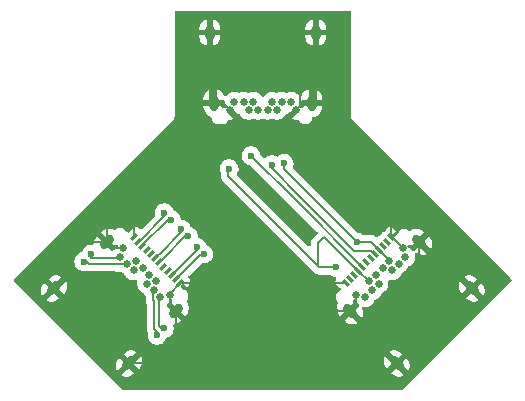
<source format=gbr>
%TF.GenerationSoftware,KiCad,Pcbnew,9.0.4*%
%TF.CreationDate,2025-08-23T22:47:15-04:00*%
%TF.ProjectId,usbc-data-splitter,75736263-2d64-4617-9461-2d73706c6974,rev?*%
%TF.SameCoordinates,Original*%
%TF.FileFunction,Copper,L2,Bot*%
%TF.FilePolarity,Positive*%
%FSLAX46Y46*%
G04 Gerber Fmt 4.6, Leading zero omitted, Abs format (unit mm)*
G04 Created by KiCad (PCBNEW 9.0.4) date 2025-08-23 22:47:15*
%MOMM*%
%LPD*%
G01*
G04 APERTURE LIST*
G04 Aperture macros list*
%AMHorizOval*
0 Thick line with rounded ends*
0 $1 width*
0 $2 $3 position (X,Y) of the first rounded end (center of the circle)*
0 $4 $5 position (X,Y) of the second rounded end (center of the circle)*
0 Add line between two ends*
20,1,$1,$2,$3,$4,$5,0*
0 Add two circle primitives to create the rounded ends*
1,1,$1,$2,$3*
1,1,$1,$4,$5*%
%AMRotRect*
0 Rectangle, with rotation*
0 The origin of the aperture is its center*
0 $1 length*
0 $2 width*
0 $3 Rotation angle, in degrees counterclockwise*
0 Add horizontal line*
21,1,$1,$2,0,0,$3*%
G04 Aperture macros list end*
%TA.AperFunction,HeatsinkPad*%
%ADD10C,0.650000*%
%TD*%
%TA.AperFunction,HeatsinkPad*%
%ADD11O,0.800000X1.400000*%
%TD*%
%TA.AperFunction,SMDPad,CuDef*%
%ADD12RotRect,0.300000X0.700000X135.000000*%
%TD*%
%TA.AperFunction,HeatsinkPad*%
%ADD13HorizOval,0.800000X0.212132X0.212132X-0.212132X-0.212132X0*%
%TD*%
%TA.AperFunction,SMDPad,CuDef*%
%ADD14RotRect,0.300000X0.700000X225.000000*%
%TD*%
%TA.AperFunction,HeatsinkPad*%
%ADD15HorizOval,0.800000X-0.212132X0.212132X0.212132X-0.212132X0*%
%TD*%
%TA.AperFunction,ViaPad*%
%ADD16C,0.600000*%
%TD*%
%TA.AperFunction,Conductor*%
%ADD17C,0.200000*%
%TD*%
G04 APERTURE END LIST*
D10*
%TO.P,P1,B1,GND*%
%TO.N,GND*%
X124250000Y-92410000D03*
%TO.P,P1,B2,TX2+*%
%TO.N,TX2_P*%
X124650000Y-91710000D03*
%TO.P,P1,B3,TX2-*%
%TO.N,TX2_N*%
X125450000Y-91710000D03*
%TO.P,P1,B4,VBUS*%
%TO.N,VBUS*%
X125850000Y-92410000D03*
%TO.P,P1,B5,VCONN*%
%TO.N,VCON*%
X126250000Y-91710000D03*
%TO.P,P1,B6*%
%TO.N,N/C*%
X126650000Y-92410000D03*
%TO.P,P1,B7*%
X127450000Y-92410000D03*
%TO.P,P1,B8,SBU2*%
%TO.N,SBU2*%
X127850000Y-91710000D03*
%TO.P,P1,B9,VBUS*%
%TO.N,VBUS*%
X128250000Y-92410000D03*
%TO.P,P1,B10,RX1-*%
%TO.N,RX1_N*%
X128650000Y-91710000D03*
%TO.P,P1,B11,RX1+*%
%TO.N,RX1_P*%
X129450000Y-91710000D03*
%TO.P,P1,B12,GND*%
%TO.N,GND*%
X129850000Y-92410000D03*
D11*
%TO.P,P1,S1,SHIELD*%
X131540000Y-85860000D03*
X131180000Y-91810000D03*
X122920000Y-91810000D03*
X122560000Y-85860000D03*
%TD*%
D12*
%TO.P,J1,A1,GND*%
%TO.N,GND*%
X120044220Y-107094868D03*
%TO.P,J1,A2,TX1+*%
%TO.N,TX1_P*%
X119690666Y-106741314D03*
%TO.P,J1,A3,TX1-*%
%TO.N,TX1_N*%
X119337113Y-106387761D03*
%TO.P,J1,A4,VBUS*%
%TO.N,unconnected-(J1-VBUS-PadA4)*%
X118983560Y-106034207D03*
%TO.P,J1,A5,CC*%
%TO.N,unconnected-(J1-CC-PadA5)*%
X118630006Y-105680654D03*
%TO.P,J1,A6,D+*%
%TO.N,D_P*%
X118276453Y-105327101D03*
%TO.P,J1,A7,D-*%
%TO.N,D_N*%
X117922899Y-104973547D03*
%TO.P,J1,A8,SBU1*%
%TO.N,unconnected-(J1-SBU1-PadA8)*%
X117569346Y-104619994D03*
%TO.P,J1,A9,VBUS*%
%TO.N,unconnected-(J1-VBUS-PadA4)_1*%
X117215793Y-104266440D03*
%TO.P,J1,A10,RX2-*%
%TO.N,RX2_N*%
X116862239Y-103912887D03*
%TO.P,J1,A11,RX2+*%
%TO.N,RX2_P*%
X116508686Y-103559334D03*
%TO.P,J1,A12,GND*%
%TO.N,GND*%
X116155132Y-103205780D03*
D10*
%TO.P,J1,B1,GND*%
X115193467Y-104096735D03*
%TO.P,J1,B2,TX2+*%
%TO.N,TX2_P*%
X114981335Y-104874552D03*
%TO.P,J1,B3,TX2-*%
%TO.N,TX2_N*%
X115547021Y-105440238D03*
%TO.P,J1,B4,VBUS*%
%TO.N,unconnected-(J1-VBUS-PadA4)_3*%
X116324838Y-105228106D03*
%TO.P,J1,B5,VCONN*%
%TO.N,unconnected-(J1-VCONN-PadB5)*%
X116112706Y-106005923D03*
%TO.P,J1,B6*%
%TO.N,N/C*%
X116890523Y-105793791D03*
%TO.P,J1,B7*%
X117456209Y-106359477D03*
%TO.P,J1,B8,SBU2*%
%TO.N,unconnected-(J1-SBU2-PadB8)*%
X117244077Y-107137294D03*
%TO.P,J1,B9,VBUS*%
%TO.N,unconnected-(J1-VBUS-PadA4)_2*%
X118021894Y-106925162D03*
%TO.P,J1,B10,RX1-*%
%TO.N,RX1_N*%
X117809762Y-107702979D03*
%TO.P,J1,B11,RX1+*%
%TO.N,RX1_P*%
X118375448Y-108268665D03*
%TO.P,J1,B12,GND*%
%TO.N,GND*%
X119153265Y-108056533D03*
D13*
%TO.P,J1,S1,SHIELD*%
X115716726Y-113883093D03*
X119669453Y-109421249D03*
X113828751Y-103580547D03*
X109366907Y-107533274D03*
%TD*%
D14*
%TO.P,J2,A1,GND*%
%TO.N,GND*%
X137944868Y-103205780D03*
%TO.P,J2,A2*%
%TO.N,N/C*%
X137591314Y-103559334D03*
%TO.P,J2,A3*%
X137237761Y-103912887D03*
%TO.P,J2,A4,VBUS*%
%TO.N,VBUS*%
X136884207Y-104266440D03*
%TO.P,J2,A5,CC1*%
%TO.N,CC*%
X136530654Y-104619994D03*
%TO.P,J2,A6,D+*%
%TO.N,unconnected-(J2-D+-PadA6)*%
X136177101Y-104973547D03*
%TO.P,J2,A7,D-*%
%TO.N,unconnected-(J2-D--PadA7)*%
X135823547Y-105327101D03*
%TO.P,J2,A8,SBU1*%
%TO.N,SBU1*%
X135469994Y-105680654D03*
%TO.P,J2,A9,VBUS*%
%TO.N,VBUS*%
X135116440Y-106034207D03*
%TO.P,J2,A10*%
%TO.N,N/C*%
X134762887Y-106387761D03*
%TO.P,J2,A11*%
X134409334Y-106741314D03*
%TO.P,J2,A12,GND*%
%TO.N,GND*%
X134055780Y-107094868D03*
D10*
%TO.P,J2,B1,GND*%
X134946735Y-108056533D03*
%TO.P,J2,B2*%
%TO.N,N/C*%
X135724552Y-108268665D03*
%TO.P,J2,B3*%
X136290238Y-107702979D03*
%TO.P,J2,B4,VBUS*%
%TO.N,VBUS*%
X136078106Y-106925162D03*
%TO.P,J2,B5,CC2*%
%TO.N,VCON*%
X136855923Y-107137294D03*
%TO.P,J2,B6,D+*%
%TO.N,unconnected-(J2-D+-PadB6)*%
X136643791Y-106359477D03*
%TO.P,J2,B7,D-*%
%TO.N,unconnected-(J2-D--PadB7)*%
X137209477Y-105793791D03*
%TO.P,J2,B8,SBU2*%
%TO.N,SBU2*%
X137987294Y-106005923D03*
%TO.P,J2,B9,VBUS*%
%TO.N,VBUS*%
X137775162Y-105228106D03*
%TO.P,J2,B10*%
%TO.N,N/C*%
X138552979Y-105440238D03*
%TO.P,J2,B11*%
X139118665Y-104874552D03*
%TO.P,J2,B12,GND*%
%TO.N,GND*%
X138906533Y-104096735D03*
D15*
%TO.P,J2,S1,SHIELD*%
X144733093Y-107533274D03*
X140271249Y-103580547D03*
X134430547Y-109421249D03*
X138383274Y-113883093D03*
%TD*%
D16*
%TO.N,GND*%
X137550000Y-101600000D03*
X122900000Y-95050000D03*
X121600000Y-107200000D03*
X130850000Y-95050000D03*
X140200000Y-104750000D03*
X129650000Y-87350000D03*
X116650000Y-109800000D03*
%TO.N,RX1_P*%
X118700521Y-110899479D03*
%TO.N,D_P*%
X120750521Y-103100521D03*
%TO.N,TX2_P*%
X112500521Y-104649479D03*
%TO.N,D_N*%
X120149479Y-102499479D03*
%TO.N,TX1_P*%
X122064735Y-104614735D03*
%TO.N,RX2_P*%
X118710266Y-101110266D03*
%TO.N,TX1_N*%
X121463693Y-104013693D03*
%TO.N,RX2_N*%
X119311308Y-101711308D03*
%TO.N,TX2_N*%
X111899479Y-105250521D03*
%TO.N,RX1_N*%
X118099479Y-111500521D03*
%TO.N,VBUS*%
X135050000Y-103600000D03*
X128850000Y-96950000D03*
X124194151Y-97394151D03*
X133250000Y-105750000D03*
%TO.N,CC*%
X127813976Y-97056836D03*
%TO.N,SBU1*%
X126050000Y-96300000D03*
%TD*%
D17*
%TO.N,GND*%
X120044220Y-107094868D02*
X121494868Y-107094868D01*
X118566907Y-113883093D02*
X119669453Y-112780547D01*
X111250000Y-103550000D02*
X111280547Y-103580547D01*
X140271249Y-103580547D02*
X140271249Y-104678751D01*
X129850000Y-92410000D02*
X130175000Y-92085000D01*
X131540000Y-91450000D02*
X131180000Y-91810000D01*
X119153265Y-108905061D02*
X119153265Y-108056533D01*
X132700000Y-107300000D02*
X132905132Y-107094868D01*
X121494868Y-107094868D02*
X121600000Y-107200000D01*
X122560000Y-85860000D02*
X122560000Y-91450000D01*
X113828751Y-102471249D02*
X113828751Y-103580547D01*
X132905132Y-107094868D02*
X134055780Y-107094868D01*
X110050000Y-104750000D02*
X111250000Y-103550000D01*
X113828751Y-103580547D02*
X114351700Y-104103496D01*
X114500000Y-101800000D02*
X113828751Y-102471249D01*
X114351700Y-104103496D02*
X115193467Y-104103496D01*
X119669453Y-109421249D02*
X119153265Y-108905061D01*
X137944868Y-103205780D02*
X137944868Y-101994868D01*
X110050000Y-106850181D02*
X110050000Y-104750000D01*
X111280547Y-103580547D02*
X113828751Y-103580547D01*
X119153265Y-108056533D02*
X119153265Y-107985823D01*
X119153265Y-107985823D02*
X120044220Y-107094868D01*
X109366907Y-107533274D02*
X110050000Y-106850181D01*
X134430547Y-109421249D02*
X134953496Y-108898300D01*
X137944868Y-103205780D02*
X138015578Y-103205780D01*
X122920000Y-91810000D02*
X123659562Y-91810000D01*
X132700000Y-108700000D02*
X132700000Y-107300000D01*
X116155132Y-103205780D02*
X116155132Y-102405132D01*
X115550000Y-101800000D02*
X114500000Y-101800000D01*
X138015578Y-103205780D02*
X138906533Y-104096735D01*
X134430547Y-109421249D02*
X133421249Y-109421249D01*
X119669453Y-112780547D02*
X119669453Y-109421249D01*
X116155132Y-102405132D02*
X115550000Y-101800000D01*
X123659562Y-91810000D02*
X124254781Y-92405219D01*
X115716726Y-113883093D02*
X118566907Y-113883093D01*
X133421249Y-109421249D02*
X132700000Y-108700000D01*
X130175000Y-92085000D02*
X130175000Y-87875000D01*
X137944868Y-101994868D02*
X137550000Y-101600000D01*
X134953496Y-108898300D02*
X134953496Y-108056533D01*
X130175000Y-87875000D02*
X129650000Y-87350000D01*
X122560000Y-91450000D02*
X122920000Y-91810000D01*
X131540000Y-85860000D02*
X131540000Y-91450000D01*
X140271249Y-104678751D02*
X140200000Y-104750000D01*
%TO.N,RX1_P*%
X118259763Y-110741564D02*
X118417678Y-110899479D01*
X118375448Y-108268665D02*
X118259763Y-108384350D01*
X118417678Y-110899479D02*
X118700521Y-110899479D01*
X118259763Y-108384350D02*
X118259763Y-110741564D01*
%TO.N,D_P*%
X118651453Y-104916745D02*
X120467678Y-103100521D01*
X118651453Y-104952101D02*
X118651453Y-104916745D01*
X120467678Y-103100521D02*
X120750521Y-103100521D01*
X118276453Y-105327101D02*
X118651453Y-104952101D01*
%TO.N,TX2_P*%
X112500521Y-104932322D02*
X112500521Y-104649479D01*
X114981335Y-104874552D02*
X114865650Y-104990237D01*
X114865650Y-104990237D02*
X112558436Y-104990237D01*
X112558436Y-104990237D02*
X112500521Y-104932322D01*
%TO.N,D_N*%
X120149479Y-102782322D02*
X120149479Y-102499479D01*
X117922899Y-104973547D02*
X118297899Y-104598547D01*
X118333255Y-104598547D02*
X120149479Y-102782322D01*
X118297899Y-104598547D02*
X118333255Y-104598547D01*
%TO.N,TX1_P*%
X121781892Y-104614735D02*
X122064735Y-104614735D01*
X119690666Y-106741314D02*
X119690666Y-106705960D01*
X119690666Y-106705960D02*
X121781892Y-104614735D01*
%TO.N,RX2_P*%
X116544040Y-103559334D02*
X118710266Y-101393109D01*
X116508686Y-103559334D02*
X116544040Y-103559334D01*
X118710266Y-101393109D02*
X118710266Y-101110266D01*
%TO.N,TX1_N*%
X121463693Y-104296536D02*
X121463693Y-104013693D01*
X119337113Y-106387761D02*
X119372467Y-106387761D01*
X119372467Y-106387761D02*
X121463693Y-104296536D01*
%TO.N,RX2_N*%
X116862239Y-103877533D02*
X119028465Y-101711308D01*
X116862239Y-103912887D02*
X116862239Y-103877533D01*
X119028465Y-101711308D02*
X119311308Y-101711308D01*
%TO.N,TX2_N*%
X112372039Y-105440238D02*
X112182322Y-105250521D01*
X115300947Y-105440238D02*
X115240633Y-105500552D01*
X112182322Y-105250521D02*
X111899479Y-105250521D01*
X115547021Y-105440238D02*
X115300947Y-105440238D01*
X114722037Y-105500552D02*
X114661723Y-105440238D01*
X115240633Y-105500552D02*
X114722037Y-105500552D01*
X114661723Y-105440238D02*
X112372039Y-105440238D01*
%TO.N,RX1_N*%
X117809762Y-107949053D02*
X117749448Y-108009367D01*
X117809762Y-107702979D02*
X117809762Y-107949053D01*
X118099479Y-111217678D02*
X118099479Y-111500521D01*
X117749448Y-108527963D02*
X117809762Y-108588277D01*
X117749448Y-108009367D02*
X117749448Y-108527963D01*
X117809762Y-108588277D02*
X117809762Y-110927961D01*
X117809762Y-110927961D02*
X118099479Y-111217678D01*
%TO.N,VBUS*%
X131700000Y-105600000D02*
X131700000Y-103700000D01*
X128850000Y-97400000D02*
X128850000Y-96950000D01*
X124100000Y-97488302D02*
X124194151Y-97394151D01*
X133250000Y-105750000D02*
X131850000Y-105750000D01*
X131700000Y-105600000D02*
X124100000Y-98000000D01*
X137775162Y-105157395D02*
X136884207Y-104266440D01*
X135116440Y-106034207D02*
X132241117Y-103158883D01*
X124100000Y-98000000D02*
X124100000Y-97900000D01*
X135050000Y-103600000D02*
X128850000Y-97400000D01*
X137775162Y-105228106D02*
X137775162Y-105157395D01*
X131850000Y-105750000D02*
X131700000Y-105600000D01*
X136078106Y-106925162D02*
X136007395Y-106925162D01*
X124100000Y-97900000D02*
X124100000Y-97488302D01*
X136884207Y-104266440D02*
X136217767Y-103600000D01*
X131700000Y-103700000D02*
X132241117Y-103158883D01*
X136007395Y-106925162D02*
X135116440Y-106034207D01*
X136217767Y-103600000D02*
X135050000Y-103600000D01*
%TO.N,CC*%
X130150000Y-99700000D02*
X127813976Y-97363976D01*
X127813976Y-97363976D02*
X127813976Y-97056836D01*
X136530654Y-104619994D02*
X136229654Y-104318994D01*
X134768994Y-104318994D02*
X130150000Y-99700000D01*
X136229654Y-104318994D02*
X134768994Y-104318994D01*
%TO.N,SBU1*%
X126089340Y-96300000D02*
X126050000Y-96300000D01*
X135469994Y-105680654D02*
X129749000Y-99959660D01*
X129749000Y-99959660D02*
X126089340Y-96300000D01*
%TD*%
%TA.AperFunction,Conductor*%
%TO.N,GND*%
G36*
X119342538Y-108461176D02*
G01*
X119390149Y-108512313D01*
X119403265Y-108567818D01*
X119403265Y-108801507D01*
X119669453Y-109067695D01*
X119315899Y-109421249D01*
X118940779Y-109046129D01*
X118907294Y-108984806D01*
X118912278Y-108915114D01*
X118940777Y-108870768D01*
X119016656Y-108794890D01*
X119106996Y-108659686D01*
X119164704Y-108520365D01*
X119208544Y-108465962D01*
X119274839Y-108443897D01*
X119342538Y-108461176D01*
G37*
%TD.AperFunction*%
%TA.AperFunction,Conductor*%
G36*
X114448493Y-103846735D02*
G01*
X114682181Y-103846735D01*
X114749220Y-103866420D01*
X114794975Y-103919224D01*
X114804919Y-103988382D01*
X114775894Y-104051938D01*
X114729633Y-104085296D01*
X114590315Y-104143002D01*
X114590311Y-104143004D01*
X114455114Y-104233340D01*
X114455111Y-104233342D01*
X114379232Y-104309221D01*
X114317908Y-104342705D01*
X114248217Y-104337720D01*
X114203870Y-104309220D01*
X113828751Y-103934101D01*
X114182305Y-103580547D01*
X114448493Y-103846735D01*
G37*
%TD.AperFunction*%
%TA.AperFunction,Conductor*%
G36*
X134901938Y-108474105D02*
G01*
X134935296Y-108520366D01*
X134993002Y-108659684D01*
X134993004Y-108659688D01*
X135083340Y-108794885D01*
X135083346Y-108794893D01*
X135159220Y-108870767D01*
X135192705Y-108932090D01*
X135187721Y-109001782D01*
X135159220Y-109046129D01*
X134784101Y-109421248D01*
X134784101Y-109421249D01*
X134430546Y-109067694D01*
X134696734Y-108801507D01*
X134696735Y-108801506D01*
X134696735Y-108567818D01*
X134716420Y-108500779D01*
X134769224Y-108455024D01*
X134838382Y-108445080D01*
X134901938Y-108474105D01*
G37*
%TD.AperFunction*%
%TA.AperFunction,Conductor*%
G36*
X140271249Y-103934101D02*
G01*
X139896129Y-104309220D01*
X139834806Y-104342705D01*
X139765114Y-104337721D01*
X139720767Y-104309220D01*
X139644893Y-104233346D01*
X139644885Y-104233340D01*
X139509688Y-104143004D01*
X139509684Y-104143002D01*
X139370367Y-104085296D01*
X139315963Y-104041455D01*
X139293898Y-103975161D01*
X139311177Y-103907462D01*
X139362314Y-103859851D01*
X139417819Y-103846735D01*
X139651507Y-103846735D01*
X139651507Y-103846734D01*
X139917694Y-103580546D01*
X140271249Y-103934101D01*
G37*
%TD.AperFunction*%
%TA.AperFunction,Conductor*%
G36*
X130930000Y-92060000D02*
G01*
X130553553Y-92060000D01*
X130388309Y-92225244D01*
X130326986Y-92258729D01*
X130257294Y-92253745D01*
X130201361Y-92211873D01*
X130176944Y-92146409D01*
X130186067Y-92090110D01*
X130198539Y-92060000D01*
X130243776Y-91950789D01*
X130275500Y-91791305D01*
X130275500Y-91684000D01*
X130295185Y-91616961D01*
X130347989Y-91571206D01*
X130399500Y-91560000D01*
X130930000Y-91560000D01*
X130930000Y-92060000D01*
G37*
%TD.AperFunction*%
%TA.AperFunction,Conductor*%
G36*
X123767539Y-91579685D02*
G01*
X123813294Y-91632489D01*
X123824500Y-91684000D01*
X123824500Y-91791305D01*
X123824500Y-91791307D01*
X123824499Y-91791307D01*
X123856222Y-91950783D01*
X123856225Y-91950793D01*
X123913932Y-92090111D01*
X123921401Y-92159580D01*
X123890126Y-92222059D01*
X123830036Y-92257711D01*
X123760211Y-92255217D01*
X123711690Y-92225244D01*
X123546446Y-92060000D01*
X123170000Y-92060000D01*
X123170000Y-91560000D01*
X123700500Y-91560000D01*
X123767539Y-91579685D01*
G37*
%TD.AperFunction*%
%TA.AperFunction,Conductor*%
G36*
X134442539Y-84020185D02*
G01*
X134488294Y-84072989D01*
X134499500Y-84124500D01*
X134499500Y-92965891D01*
X134533608Y-93093187D01*
X134561529Y-93141547D01*
X134599500Y-93207314D01*
X134599502Y-93207316D01*
X148104505Y-106712319D01*
X148137990Y-106773642D01*
X148133006Y-106843334D01*
X148104505Y-106887681D01*
X138879005Y-116113181D01*
X138817682Y-116146666D01*
X138791324Y-116149500D01*
X115308676Y-116149500D01*
X115241637Y-116129815D01*
X115220995Y-116113181D01*
X113291683Y-114183869D01*
X114604592Y-114183869D01*
X114639178Y-114357739D01*
X114639180Y-114357745D01*
X114707024Y-114521536D01*
X114714116Y-114532147D01*
X115292654Y-113953611D01*
X115254594Y-114045497D01*
X115254594Y-114144953D01*
X115292654Y-114236839D01*
X115362980Y-114307165D01*
X115454866Y-114345225D01*
X115554322Y-114345225D01*
X115646208Y-114307165D01*
X115067669Y-114885701D01*
X115067669Y-114885702D01*
X115078278Y-114892792D01*
X115078283Y-114892794D01*
X115242073Y-114960638D01*
X115242079Y-114960640D01*
X115415949Y-114995226D01*
X115593238Y-114995226D01*
X115767108Y-114960640D01*
X115767114Y-114960638D01*
X115930901Y-114892796D01*
X116078309Y-114794301D01*
X116176345Y-114696265D01*
X115716727Y-114236647D01*
X115716726Y-114236647D01*
X116070280Y-113883093D01*
X116070280Y-113883094D01*
X116529898Y-114342712D01*
X116627937Y-114244673D01*
X116726424Y-114097277D01*
X116726429Y-114097268D01*
X116794271Y-113933481D01*
X116794273Y-113933475D01*
X116828859Y-113759605D01*
X137271140Y-113759605D01*
X137305726Y-113933475D01*
X137305728Y-113933481D01*
X137373570Y-114097268D01*
X137472064Y-114244674D01*
X137570100Y-114342711D01*
X138029720Y-113883093D01*
X138383274Y-114236647D01*
X137923654Y-114696265D01*
X138021690Y-114794302D01*
X138169089Y-114892791D01*
X138169098Y-114892796D01*
X138332885Y-114960638D01*
X138332891Y-114960640D01*
X138506761Y-114995226D01*
X138684050Y-114995226D01*
X138857921Y-114960640D01*
X138857927Y-114960638D01*
X139021718Y-114892794D01*
X139032330Y-114885702D01*
X138453793Y-114307165D01*
X138545678Y-114345225D01*
X138645134Y-114345225D01*
X138737020Y-114307165D01*
X138807346Y-114236839D01*
X138845406Y-114144953D01*
X138845406Y-114045497D01*
X138807346Y-113953611D01*
X139385883Y-114532148D01*
X139392975Y-114521537D01*
X139460819Y-114357746D01*
X139460821Y-114357740D01*
X139495407Y-114183869D01*
X139495407Y-114006580D01*
X139460821Y-113832710D01*
X139460819Y-113832704D01*
X139392977Y-113668917D01*
X139392972Y-113668908D01*
X139294483Y-113521509D01*
X139196446Y-113423473D01*
X138736828Y-113883092D01*
X138736828Y-113883093D01*
X138383274Y-113529539D01*
X138383275Y-113529539D01*
X138842893Y-113069919D01*
X138744855Y-112971883D01*
X138597449Y-112873389D01*
X138433662Y-112805547D01*
X138433656Y-112805545D01*
X138259786Y-112770960D01*
X138082498Y-112770960D01*
X137908627Y-112805545D01*
X137908621Y-112805547D01*
X137744833Y-112873390D01*
X137734218Y-112880482D01*
X137734218Y-112880483D01*
X138312756Y-113459021D01*
X138220870Y-113420961D01*
X138121414Y-113420961D01*
X138029528Y-113459021D01*
X137959202Y-113529347D01*
X137921142Y-113621233D01*
X137921142Y-113720689D01*
X137959202Y-113812575D01*
X137380664Y-113234037D01*
X137380663Y-113234037D01*
X137373571Y-113244652D01*
X137305728Y-113408440D01*
X137305726Y-113408446D01*
X137271141Y-113582316D01*
X137271141Y-113759605D01*
X137271140Y-113759605D01*
X116828859Y-113759605D01*
X116828859Y-113582316D01*
X116794273Y-113408445D01*
X116794271Y-113408439D01*
X116726428Y-113244651D01*
X116719335Y-113234036D01*
X116140798Y-113812573D01*
X116178858Y-113720689D01*
X116178858Y-113621233D01*
X116140798Y-113529347D01*
X116070472Y-113459021D01*
X115978586Y-113420961D01*
X115879130Y-113420961D01*
X115787245Y-113459020D01*
X116365781Y-112880482D01*
X116365781Y-112880481D01*
X116355170Y-112873391D01*
X116355168Y-112873390D01*
X116191379Y-112805547D01*
X116191373Y-112805545D01*
X116017502Y-112770960D01*
X115840214Y-112770960D01*
X115666343Y-112805545D01*
X115666337Y-112805547D01*
X115502550Y-112873389D01*
X115502541Y-112873394D01*
X115355144Y-112971882D01*
X115257106Y-113069919D01*
X115716726Y-113529539D01*
X115363172Y-113883093D01*
X114903552Y-113423473D01*
X114805520Y-113521506D01*
X114805516Y-113521511D01*
X114707022Y-113668917D01*
X114639180Y-113832704D01*
X114639178Y-113832710D01*
X114604593Y-114006580D01*
X114604593Y-114183869D01*
X114604592Y-114183869D01*
X113291683Y-114183869D01*
X106941864Y-107834050D01*
X108254773Y-107834050D01*
X108289359Y-108007920D01*
X108289361Y-108007926D01*
X108357205Y-108171717D01*
X108364297Y-108182328D01*
X108942835Y-107603792D01*
X108904775Y-107695678D01*
X108904775Y-107795134D01*
X108942835Y-107887020D01*
X109013161Y-107957346D01*
X109105047Y-107995406D01*
X109204503Y-107995406D01*
X109296389Y-107957346D01*
X108717850Y-108535882D01*
X108717850Y-108535883D01*
X108728459Y-108542973D01*
X108728464Y-108542975D01*
X108892254Y-108610819D01*
X108892260Y-108610821D01*
X109066130Y-108645407D01*
X109243419Y-108645407D01*
X109417289Y-108610821D01*
X109417295Y-108610819D01*
X109581082Y-108542977D01*
X109728490Y-108444482D01*
X109826526Y-108346446D01*
X109366908Y-107886828D01*
X109366907Y-107886828D01*
X109720461Y-107533274D01*
X109720461Y-107533275D01*
X110180079Y-107992893D01*
X110278118Y-107894854D01*
X110376605Y-107747458D01*
X110376610Y-107747449D01*
X110444452Y-107583662D01*
X110444454Y-107583656D01*
X110479040Y-107409786D01*
X110479040Y-107232497D01*
X110444454Y-107058626D01*
X110444452Y-107058620D01*
X110376609Y-106894832D01*
X110369516Y-106884217D01*
X109790979Y-107462754D01*
X109829039Y-107370870D01*
X109829039Y-107271414D01*
X109790979Y-107179528D01*
X109720653Y-107109202D01*
X109628767Y-107071142D01*
X109529311Y-107071142D01*
X109437426Y-107109201D01*
X110015962Y-106530663D01*
X110015962Y-106530662D01*
X110005351Y-106523572D01*
X110005349Y-106523571D01*
X109841560Y-106455728D01*
X109841554Y-106455726D01*
X109667683Y-106421141D01*
X109490395Y-106421141D01*
X109316524Y-106455726D01*
X109316518Y-106455728D01*
X109152731Y-106523570D01*
X109152722Y-106523575D01*
X109005325Y-106622063D01*
X108907287Y-106720100D01*
X109366907Y-107179720D01*
X109013353Y-107533274D01*
X108553733Y-107073654D01*
X108455701Y-107171687D01*
X108455697Y-107171692D01*
X108357203Y-107319098D01*
X108289361Y-107482885D01*
X108289359Y-107482891D01*
X108254774Y-107656761D01*
X108254774Y-107834050D01*
X108254773Y-107834050D01*
X106941864Y-107834050D01*
X105995495Y-106887681D01*
X105991156Y-106879735D01*
X105983909Y-106874310D01*
X105974674Y-106849550D01*
X105962010Y-106826358D01*
X105962655Y-106817328D01*
X105959492Y-106808846D01*
X105965108Y-106783025D01*
X105966994Y-106756666D01*
X105972812Y-106747612D01*
X105974344Y-106740573D01*
X105995495Y-106712319D01*
X107536140Y-105171674D01*
X111098979Y-105171674D01*
X111098979Y-105329367D01*
X111129740Y-105484010D01*
X111129743Y-105484022D01*
X111190081Y-105629693D01*
X111190088Y-105629706D01*
X111277689Y-105760809D01*
X111277692Y-105760813D01*
X111389186Y-105872307D01*
X111389190Y-105872310D01*
X111520293Y-105959911D01*
X111520306Y-105959918D01*
X111633153Y-106006660D01*
X111665982Y-106020258D01*
X111820632Y-106051020D01*
X111820635Y-106051021D01*
X111820637Y-106051021D01*
X111978323Y-106051021D01*
X111978324Y-106051020D01*
X112132976Y-106020258D01*
X112132981Y-106020255D01*
X112138284Y-106018648D01*
X112206377Y-106017532D01*
X112244197Y-106027666D01*
X112244196Y-106027666D01*
X112257268Y-106031168D01*
X112292981Y-106040738D01*
X112292982Y-106040738D01*
X114423440Y-106040738D01*
X114485441Y-106057351D01*
X114490252Y-106060129D01*
X114642980Y-106101053D01*
X114642983Y-106101053D01*
X114808690Y-106101053D01*
X114808706Y-106101052D01*
X115012524Y-106101052D01*
X115079563Y-106120737D01*
X115081415Y-106121950D01*
X115155993Y-106171782D01*
X115156006Y-106171789D01*
X115240385Y-106206739D01*
X115267754Y-106218076D01*
X115267757Y-106218077D01*
X115322161Y-106261917D01*
X115334866Y-106285185D01*
X115381158Y-106396946D01*
X115471494Y-106532143D01*
X115471500Y-106532151D01*
X115586477Y-106647128D01*
X115586485Y-106647134D01*
X115721682Y-106737470D01*
X115721686Y-106737472D01*
X115831662Y-106783025D01*
X115871917Y-106799699D01*
X115871921Y-106799699D01*
X115871922Y-106799700D01*
X116031398Y-106831423D01*
X116031401Y-106831423D01*
X116194012Y-106831423D01*
X116264870Y-106817328D01*
X116292323Y-106811867D01*
X116361914Y-106818094D01*
X116417092Y-106860956D01*
X116440337Y-106926846D01*
X116438132Y-106957675D01*
X116418577Y-107055984D01*
X116418577Y-107055989D01*
X116418577Y-107218599D01*
X116418577Y-107218601D01*
X116418576Y-107218601D01*
X116450299Y-107378077D01*
X116450302Y-107378087D01*
X116512527Y-107528313D01*
X116512529Y-107528317D01*
X116602865Y-107663514D01*
X116602871Y-107663522D01*
X116717848Y-107778499D01*
X116717856Y-107778505D01*
X116853053Y-107868841D01*
X116853057Y-107868843D01*
X116915857Y-107894855D01*
X116964810Y-107915132D01*
X116964813Y-107915133D01*
X116984752Y-107931200D01*
X117006952Y-107943965D01*
X117014000Y-107954769D01*
X117019217Y-107958973D01*
X117027475Y-107972678D01*
X117029904Y-107977369D01*
X117078214Y-108094000D01*
X117131885Y-108174324D01*
X117135062Y-108180460D01*
X117140468Y-108208244D01*
X117148928Y-108235262D01*
X117148948Y-108237476D01*
X117148948Y-108441293D01*
X117148947Y-108441311D01*
X117148947Y-108607017D01*
X117148946Y-108607017D01*
X117163059Y-108659686D01*
X117189871Y-108759748D01*
X117192647Y-108764556D01*
X117209262Y-108826559D01*
X117209262Y-110841291D01*
X117209261Y-110841309D01*
X117209261Y-111007015D01*
X117209260Y-111007015D01*
X117250185Y-111159746D01*
X117269033Y-111192390D01*
X117269035Y-111192394D01*
X117301891Y-111249304D01*
X117318362Y-111317205D01*
X117316121Y-111335492D01*
X117298979Y-111421678D01*
X117298979Y-111579367D01*
X117329740Y-111734010D01*
X117329743Y-111734022D01*
X117390081Y-111879693D01*
X117390088Y-111879706D01*
X117477689Y-112010809D01*
X117477692Y-112010813D01*
X117589186Y-112122307D01*
X117589190Y-112122310D01*
X117720293Y-112209911D01*
X117720306Y-112209918D01*
X117865977Y-112270256D01*
X117865982Y-112270258D01*
X118020632Y-112301020D01*
X118020635Y-112301021D01*
X118020637Y-112301021D01*
X118178323Y-112301021D01*
X118178324Y-112301020D01*
X118332976Y-112270258D01*
X118478658Y-112209915D01*
X118609768Y-112122310D01*
X118721268Y-112010810D01*
X118808873Y-111879700D01*
X118808874Y-111879697D01*
X118808876Y-111879694D01*
X118868540Y-111735649D01*
X118912380Y-111681245D01*
X118935645Y-111668541D01*
X119000611Y-111641632D01*
X119079694Y-111608876D01*
X119079697Y-111608874D01*
X119079700Y-111608873D01*
X119210810Y-111521268D01*
X119322310Y-111409768D01*
X119409915Y-111278658D01*
X119470258Y-111132976D01*
X119501021Y-110978321D01*
X119501021Y-110820637D01*
X119501021Y-110820634D01*
X119471959Y-110674532D01*
X119478186Y-110604940D01*
X119521049Y-110549763D01*
X119569385Y-110528723D01*
X119719833Y-110498796D01*
X119719841Y-110498794D01*
X119883628Y-110430952D01*
X120031036Y-110332457D01*
X120129071Y-110234421D01*
X119669453Y-109774803D01*
X120023006Y-109421249D01*
X120482625Y-109880868D01*
X120580664Y-109782829D01*
X120679151Y-109635433D01*
X120679156Y-109635424D01*
X120746998Y-109471637D01*
X120747000Y-109471631D01*
X120781586Y-109297761D01*
X120781586Y-109120472D01*
X120747000Y-108946601D01*
X120746998Y-108946595D01*
X120679156Y-108782808D01*
X120679151Y-108782800D01*
X120612760Y-108683439D01*
X120591882Y-108616762D01*
X120610366Y-108549382D01*
X120628175Y-108526873D01*
X120639085Y-108515964D01*
X120714851Y-108384734D01*
X120754070Y-108238365D01*
X120754070Y-108086833D01*
X120714851Y-107940464D01*
X120639085Y-107809234D01*
X120531935Y-107702084D01*
X120448000Y-107653624D01*
X120400704Y-107626317D01*
X120382024Y-107621312D01*
X120326439Y-107589219D01*
X120132253Y-107395033D01*
X120127915Y-107387088D01*
X120120668Y-107381664D01*
X120111431Y-107356901D01*
X120098768Y-107333710D01*
X120099413Y-107324681D01*
X120096250Y-107316200D01*
X120101866Y-107290378D01*
X120103752Y-107264018D01*
X120109570Y-107254965D01*
X120111101Y-107247927D01*
X120132248Y-107219676D01*
X120169025Y-107182899D01*
X120230343Y-107149416D01*
X120300035Y-107154400D01*
X120344384Y-107182901D01*
X120609904Y-107448421D01*
X120609905Y-107448421D01*
X120785147Y-107273179D01*
X120822727Y-107226544D01*
X120882453Y-107095765D01*
X120882454Y-107095760D01*
X120902914Y-106953447D01*
X120882454Y-106811133D01*
X120882453Y-106811128D01*
X120822727Y-106680349D01*
X120822726Y-106680347D01*
X120785148Y-106633716D01*
X120782932Y-106631249D01*
X120783064Y-106631130D01*
X120783062Y-106631127D01*
X120783118Y-106631081D01*
X120783874Y-106630402D01*
X120752842Y-106573571D01*
X120757826Y-106503879D01*
X120786324Y-106459535D01*
X121809521Y-105436339D01*
X121870842Y-105402856D01*
X121921392Y-105402405D01*
X121985890Y-105415235D01*
X121985893Y-105415235D01*
X122143579Y-105415235D01*
X122143580Y-105415234D01*
X122298232Y-105384472D01*
X122443914Y-105324129D01*
X122575024Y-105236524D01*
X122686524Y-105125024D01*
X122774129Y-104993914D01*
X122834472Y-104848232D01*
X122865235Y-104693577D01*
X122865235Y-104535893D01*
X122865235Y-104535890D01*
X122865234Y-104535888D01*
X122851880Y-104468754D01*
X122834472Y-104381238D01*
X122816447Y-104337721D01*
X122774132Y-104235562D01*
X122774125Y-104235549D01*
X122686524Y-104104446D01*
X122686521Y-104104442D01*
X122575027Y-103992948D01*
X122575023Y-103992945D01*
X122443920Y-103905344D01*
X122443907Y-103905337D01*
X122299863Y-103845673D01*
X122245459Y-103801832D01*
X122232754Y-103778564D01*
X122173090Y-103634520D01*
X122173083Y-103634507D01*
X122085482Y-103503404D01*
X122085479Y-103503400D01*
X121973985Y-103391906D01*
X121973981Y-103391903D01*
X121842878Y-103304302D01*
X121842865Y-103304295D01*
X121697194Y-103243957D01*
X121697182Y-103243954D01*
X121650830Y-103234734D01*
X121588919Y-103202349D01*
X121554345Y-103141634D01*
X121551021Y-103113117D01*
X121551021Y-103021676D01*
X121551020Y-103021674D01*
X121536755Y-102949961D01*
X121520258Y-102867024D01*
X121520256Y-102867019D01*
X121459918Y-102721348D01*
X121459911Y-102721335D01*
X121372310Y-102590232D01*
X121372307Y-102590228D01*
X121260813Y-102478734D01*
X121260809Y-102478731D01*
X121129706Y-102391130D01*
X121129693Y-102391123D01*
X120985649Y-102331459D01*
X120931245Y-102287618D01*
X120918540Y-102264350D01*
X120858876Y-102120306D01*
X120858869Y-102120293D01*
X120771268Y-101989190D01*
X120771265Y-101989186D01*
X120659771Y-101877692D01*
X120659767Y-101877689D01*
X120528664Y-101790088D01*
X120528651Y-101790081D01*
X120382980Y-101729743D01*
X120382968Y-101729740D01*
X120228324Y-101698979D01*
X120228321Y-101698979D01*
X120226803Y-101698979D01*
X120226035Y-101698753D01*
X120222261Y-101698382D01*
X120222331Y-101697666D01*
X120159764Y-101679294D01*
X120114009Y-101626490D01*
X120105186Y-101599171D01*
X120081046Y-101477816D01*
X120081045Y-101477815D01*
X120081045Y-101477811D01*
X120034516Y-101365479D01*
X120020705Y-101332135D01*
X120020698Y-101332122D01*
X119933097Y-101201019D01*
X119933094Y-101201015D01*
X119821600Y-101089521D01*
X119821596Y-101089518D01*
X119690493Y-101001917D01*
X119690480Y-101001910D01*
X119546436Y-100942246D01*
X119492032Y-100898405D01*
X119479327Y-100875137D01*
X119419663Y-100731093D01*
X119419656Y-100731080D01*
X119332055Y-100599977D01*
X119332052Y-100599973D01*
X119220558Y-100488479D01*
X119220554Y-100488476D01*
X119089451Y-100400875D01*
X119089438Y-100400868D01*
X118943767Y-100340530D01*
X118943755Y-100340527D01*
X118789111Y-100309766D01*
X118789108Y-100309766D01*
X118631424Y-100309766D01*
X118631421Y-100309766D01*
X118476776Y-100340527D01*
X118476764Y-100340530D01*
X118331093Y-100400868D01*
X118331080Y-100400875D01*
X118199977Y-100488476D01*
X118199973Y-100488479D01*
X118088479Y-100599973D01*
X118088476Y-100599977D01*
X118000875Y-100731080D01*
X118000868Y-100731093D01*
X117940530Y-100876764D01*
X117940527Y-100876776D01*
X117909766Y-101031419D01*
X117909766Y-101189112D01*
X117922595Y-101253607D01*
X117916368Y-101323199D01*
X117888659Y-101365479D01*
X116790466Y-102463671D01*
X116729143Y-102497156D01*
X116659451Y-102492172D01*
X116619350Y-102466400D01*
X116618918Y-102466881D01*
X116618873Y-102466938D01*
X116618869Y-102466935D01*
X116618751Y-102467068D01*
X116616283Y-102464851D01*
X116569652Y-102427273D01*
X116569650Y-102427272D01*
X116438871Y-102367546D01*
X116438866Y-102367545D01*
X116296553Y-102347085D01*
X116154239Y-102367545D01*
X116154234Y-102367546D01*
X116023455Y-102427272D01*
X115976815Y-102464856D01*
X115801578Y-102640093D01*
X115801578Y-102672365D01*
X115781893Y-102739404D01*
X115729089Y-102785159D01*
X115659931Y-102795103D01*
X115596375Y-102766078D01*
X115589897Y-102760046D01*
X115334702Y-102504851D01*
X115334700Y-102504849D01*
X115265425Y-102464853D01*
X115203471Y-102429083D01*
X115130285Y-102409473D01*
X115057101Y-102389864D01*
X114905569Y-102389864D01*
X114759198Y-102429083D01*
X114627970Y-102504849D01*
X114627966Y-102504852D01*
X114592799Y-102540019D01*
X114531476Y-102573504D01*
X114461784Y-102568518D01*
X114457667Y-102566898D01*
X114303408Y-102503002D01*
X114303398Y-102502999D01*
X114129527Y-102468414D01*
X113952239Y-102468414D01*
X113778368Y-102502999D01*
X113778362Y-102503001D01*
X113614575Y-102570843D01*
X113614566Y-102570848D01*
X113467169Y-102669336D01*
X113369131Y-102767373D01*
X113828751Y-103226993D01*
X113475197Y-103580547D01*
X113015577Y-103120927D01*
X112917545Y-103218960D01*
X112917541Y-103218965D01*
X112819047Y-103366371D01*
X112751205Y-103530158D01*
X112751203Y-103530164D01*
X112716618Y-103704034D01*
X112716618Y-103725684D01*
X112696933Y-103792723D01*
X112644129Y-103838478D01*
X112585455Y-103848257D01*
X112585455Y-103848979D01*
X112581126Y-103848979D01*
X112580472Y-103849088D01*
X112579365Y-103848979D01*
X112579363Y-103848979D01*
X112421679Y-103848979D01*
X112421676Y-103848979D01*
X112267031Y-103879740D01*
X112267019Y-103879743D01*
X112121348Y-103940081D01*
X112121335Y-103940088D01*
X111990232Y-104027689D01*
X111990228Y-104027692D01*
X111878734Y-104139186D01*
X111878731Y-104139190D01*
X111791130Y-104270293D01*
X111791125Y-104270302D01*
X111731459Y-104414351D01*
X111687618Y-104468754D01*
X111664351Y-104481459D01*
X111520302Y-104541125D01*
X111520293Y-104541130D01*
X111389190Y-104628731D01*
X111389186Y-104628734D01*
X111277692Y-104740228D01*
X111277689Y-104740232D01*
X111190088Y-104871335D01*
X111190081Y-104871348D01*
X111129743Y-105017019D01*
X111129740Y-105017031D01*
X111098979Y-105171674D01*
X107536140Y-105171674D01*
X115392510Y-97315304D01*
X123393651Y-97315304D01*
X123393651Y-97472997D01*
X123424412Y-97627640D01*
X123424415Y-97627652D01*
X123484755Y-97773327D01*
X123484853Y-97773510D01*
X123484886Y-97773644D01*
X123487088Y-97778959D01*
X123486299Y-97779285D01*
X123488364Y-97787525D01*
X123494477Y-97797037D01*
X123499500Y-97831972D01*
X123499500Y-97913330D01*
X123499499Y-97913348D01*
X123499499Y-98079054D01*
X123499498Y-98079054D01*
X123540423Y-98231785D01*
X123569358Y-98281900D01*
X123569359Y-98281904D01*
X123569360Y-98281904D01*
X123619479Y-98368714D01*
X123619481Y-98368717D01*
X123738349Y-98487585D01*
X123738355Y-98487590D01*
X131219478Y-105968713D01*
X131219480Y-105968716D01*
X131331284Y-106080520D01*
X131331286Y-106080521D01*
X131365139Y-106114374D01*
X131365149Y-106114385D01*
X131369479Y-106118715D01*
X131369480Y-106118716D01*
X131481284Y-106230520D01*
X131481286Y-106230521D01*
X131481290Y-106230524D01*
X131566703Y-106279837D01*
X131566704Y-106279837D01*
X131618215Y-106309577D01*
X131770943Y-106350501D01*
X131770946Y-106350501D01*
X131936653Y-106350501D01*
X131936669Y-106350500D01*
X132670234Y-106350500D01*
X132737273Y-106370185D01*
X132739125Y-106371398D01*
X132870814Y-106459390D01*
X132870827Y-106459397D01*
X132978218Y-106503879D01*
X133016503Y-106519737D01*
X133125958Y-106541509D01*
X133169091Y-106550089D01*
X133231002Y-106582474D01*
X133265576Y-106643189D01*
X133261837Y-106712959D01*
X133257695Y-106723217D01*
X133217546Y-106811131D01*
X133217545Y-106811133D01*
X133197085Y-106953447D01*
X133217545Y-107095760D01*
X133217546Y-107095765D01*
X133277272Y-107226544D01*
X133314852Y-107273179D01*
X133490094Y-107448421D01*
X133522366Y-107448421D01*
X133589405Y-107468106D01*
X133635160Y-107520910D01*
X133645104Y-107590068D01*
X133616079Y-107653624D01*
X133610047Y-107660102D01*
X133354851Y-107915297D01*
X133354849Y-107915300D01*
X133279083Y-108046528D01*
X133239864Y-108192899D01*
X133239864Y-108344430D01*
X133279083Y-108490801D01*
X133312066Y-108547928D01*
X133354849Y-108622030D01*
X133354851Y-108622032D01*
X133390018Y-108657199D01*
X133423503Y-108718522D01*
X133418519Y-108788214D01*
X133416898Y-108792332D01*
X133353002Y-108946592D01*
X133352999Y-108946602D01*
X133318414Y-109120472D01*
X133318414Y-109297761D01*
X133318413Y-109297761D01*
X133352999Y-109471631D01*
X133353001Y-109471637D01*
X133420843Y-109635424D01*
X133519337Y-109782830D01*
X133617373Y-109880867D01*
X134076992Y-109421248D01*
X134430547Y-109774803D01*
X133970927Y-110234421D01*
X134068963Y-110332458D01*
X134216362Y-110430947D01*
X134216371Y-110430952D01*
X134380158Y-110498794D01*
X134380164Y-110498796D01*
X134554034Y-110533382D01*
X134731323Y-110533382D01*
X134905194Y-110498796D01*
X134905200Y-110498794D01*
X135068991Y-110430950D01*
X135079603Y-110423858D01*
X134501066Y-109845321D01*
X134592951Y-109883381D01*
X134692407Y-109883381D01*
X134784293Y-109845321D01*
X134854619Y-109774995D01*
X134892679Y-109683109D01*
X134892679Y-109583653D01*
X134854619Y-109491767D01*
X135433156Y-110070304D01*
X135440248Y-110059693D01*
X135508092Y-109895902D01*
X135508094Y-109895896D01*
X135542680Y-109722025D01*
X135542680Y-109544736D01*
X135508094Y-109370866D01*
X135508092Y-109370860D01*
X135459833Y-109254351D01*
X135452364Y-109184881D01*
X135483639Y-109122402D01*
X135543728Y-109086750D01*
X135598585Y-109085281D01*
X135628132Y-109091158D01*
X135643246Y-109094165D01*
X135643247Y-109094165D01*
X135805859Y-109094165D01*
X135939893Y-109067503D01*
X135965341Y-109062441D01*
X136115573Y-109000213D01*
X136115575Y-109000212D01*
X136209367Y-108937542D01*
X136250777Y-108909873D01*
X136365760Y-108794890D01*
X136456100Y-108659686D01*
X136502393Y-108547923D01*
X136546231Y-108493524D01*
X136569489Y-108480823D01*
X136681259Y-108434527D01*
X136816463Y-108344187D01*
X136931446Y-108229204D01*
X137021786Y-108094000D01*
X137068079Y-107982237D01*
X137111917Y-107927838D01*
X137135174Y-107915138D01*
X137246944Y-107868842D01*
X137382148Y-107778502D01*
X137497131Y-107663519D01*
X137548193Y-107587099D01*
X137587470Y-107528317D01*
X137587472Y-107528313D01*
X137614626Y-107462756D01*
X137636567Y-107409786D01*
X143620959Y-107409786D01*
X143655545Y-107583656D01*
X143655547Y-107583662D01*
X143723389Y-107747449D01*
X143821883Y-107894855D01*
X143919919Y-107992892D01*
X144379539Y-107533274D01*
X144733093Y-107886828D01*
X144273473Y-108346446D01*
X144371509Y-108444483D01*
X144518908Y-108542972D01*
X144518917Y-108542977D01*
X144682704Y-108610819D01*
X144682710Y-108610821D01*
X144856580Y-108645407D01*
X145033869Y-108645407D01*
X145207740Y-108610821D01*
X145207746Y-108610819D01*
X145371537Y-108542975D01*
X145382149Y-108535883D01*
X144803612Y-107957346D01*
X144895497Y-107995406D01*
X144994953Y-107995406D01*
X145086839Y-107957346D01*
X145157165Y-107887020D01*
X145195225Y-107795134D01*
X145195225Y-107695678D01*
X145157165Y-107603792D01*
X145735702Y-108182329D01*
X145742794Y-108171718D01*
X145810638Y-108007927D01*
X145810640Y-108007921D01*
X145845226Y-107834050D01*
X145845226Y-107656761D01*
X145810640Y-107482891D01*
X145810638Y-107482885D01*
X145742796Y-107319098D01*
X145742791Y-107319089D01*
X145644302Y-107171690D01*
X145546265Y-107073654D01*
X145086647Y-107533273D01*
X145086647Y-107533274D01*
X144733093Y-107179720D01*
X144733094Y-107179720D01*
X145192712Y-106720100D01*
X145094674Y-106622064D01*
X144947268Y-106523570D01*
X144783481Y-106455728D01*
X144783475Y-106455726D01*
X144609605Y-106421141D01*
X144432317Y-106421141D01*
X144258446Y-106455726D01*
X144258440Y-106455728D01*
X144094652Y-106523571D01*
X144084037Y-106530663D01*
X144084037Y-106530664D01*
X144662575Y-107109202D01*
X144570689Y-107071142D01*
X144471233Y-107071142D01*
X144379347Y-107109202D01*
X144309021Y-107179528D01*
X144270961Y-107271414D01*
X144270961Y-107370870D01*
X144309021Y-107462756D01*
X143730483Y-106884218D01*
X143730482Y-106884218D01*
X143723390Y-106894833D01*
X143655547Y-107058621D01*
X143655545Y-107058627D01*
X143620960Y-107232497D01*
X143620960Y-107409786D01*
X143620959Y-107409786D01*
X137636567Y-107409786D01*
X137649699Y-107378083D01*
X137681423Y-107218599D01*
X137681423Y-107055989D01*
X137681423Y-107055986D01*
X137661867Y-106957676D01*
X137668094Y-106888084D01*
X137710956Y-106832907D01*
X137776846Y-106809662D01*
X137807676Y-106811867D01*
X137905986Y-106831423D01*
X137905989Y-106831423D01*
X138068601Y-106831423D01*
X138182099Y-106808846D01*
X138228083Y-106799699D01*
X138331974Y-106756666D01*
X138378313Y-106737472D01*
X138378317Y-106737470D01*
X138445463Y-106692603D01*
X138513519Y-106647131D01*
X138628502Y-106532148D01*
X138644647Y-106507984D01*
X138644649Y-106507983D01*
X138718839Y-106396948D01*
X138718842Y-106396944D01*
X138765135Y-106285181D01*
X138808973Y-106230782D01*
X138832230Y-106218082D01*
X138944000Y-106171786D01*
X139079204Y-106081446D01*
X139194187Y-105966463D01*
X139284527Y-105831259D01*
X139330820Y-105719496D01*
X139374658Y-105665097D01*
X139397916Y-105652396D01*
X139509686Y-105606100D01*
X139644890Y-105515760D01*
X139759873Y-105400777D01*
X139813682Y-105320246D01*
X139850212Y-105265575D01*
X139850214Y-105265571D01*
X139889107Y-105171674D01*
X139912441Y-105115341D01*
X139926440Y-105044964D01*
X139944165Y-104955859D01*
X139944165Y-104793246D01*
X139935281Y-104748587D01*
X139941507Y-104678996D01*
X139984370Y-104623818D01*
X140050259Y-104600572D01*
X140104351Y-104609833D01*
X140220860Y-104658092D01*
X140220866Y-104658094D01*
X140394736Y-104692680D01*
X140572025Y-104692680D01*
X140745896Y-104658094D01*
X140745902Y-104658092D01*
X140909693Y-104590248D01*
X140920304Y-104583156D01*
X140341767Y-104004619D01*
X140433653Y-104042679D01*
X140533109Y-104042679D01*
X140624995Y-104004619D01*
X140695321Y-103934293D01*
X140733381Y-103842407D01*
X140733381Y-103742951D01*
X140695321Y-103651065D01*
X141273858Y-104229602D01*
X141280950Y-104218991D01*
X141348794Y-104055200D01*
X141348796Y-104055194D01*
X141383382Y-103881323D01*
X141383382Y-103704034D01*
X141348796Y-103530164D01*
X141348794Y-103530158D01*
X141280952Y-103366371D01*
X141280947Y-103366362D01*
X141182458Y-103218963D01*
X141084421Y-103120927D01*
X140624803Y-103580546D01*
X140624803Y-103580547D01*
X140271248Y-103226992D01*
X140730868Y-102767373D01*
X140632830Y-102669337D01*
X140485424Y-102570843D01*
X140321637Y-102503001D01*
X140321631Y-102502999D01*
X140147761Y-102468414D01*
X139970473Y-102468414D01*
X139796602Y-102502999D01*
X139796596Y-102503001D01*
X139632808Y-102570844D01*
X139533440Y-102637240D01*
X139466762Y-102658118D01*
X139399382Y-102639633D01*
X139376868Y-102621819D01*
X139365966Y-102610917D01*
X139365964Y-102610915D01*
X139269940Y-102555475D01*
X139234735Y-102535149D01*
X139146339Y-102511464D01*
X139088365Y-102495930D01*
X138936833Y-102495930D01*
X138790462Y-102535149D01*
X138659234Y-102610915D01*
X138659231Y-102610917D01*
X138552086Y-102718062D01*
X138552084Y-102718065D01*
X138476318Y-102849293D01*
X138471312Y-102867976D01*
X138439219Y-102923559D01*
X138245033Y-103117746D01*
X138237087Y-103122084D01*
X138231662Y-103129332D01*
X138206902Y-103138566D01*
X138183710Y-103151231D01*
X138174680Y-103150585D01*
X138166198Y-103153749D01*
X138140377Y-103148132D01*
X138114019Y-103146247D01*
X138104965Y-103140428D01*
X138097925Y-103138897D01*
X138069671Y-103117746D01*
X138032901Y-103080976D01*
X137999416Y-103019653D01*
X138004400Y-102949961D01*
X138032901Y-102905614D01*
X138298421Y-102640094D01*
X138123179Y-102464852D01*
X138076544Y-102427272D01*
X137945765Y-102367546D01*
X137945760Y-102367545D01*
X137803447Y-102347085D01*
X137661133Y-102367545D01*
X137661128Y-102367546D01*
X137530349Y-102427272D01*
X137530346Y-102427273D01*
X137483714Y-102464853D01*
X137483704Y-102464862D01*
X137449893Y-102498672D01*
X137449893Y-102498673D01*
X137450864Y-102499644D01*
X137457318Y-102511464D01*
X137467499Y-102520286D01*
X137473737Y-102541534D01*
X137484349Y-102560967D01*
X137483388Y-102574401D01*
X137487183Y-102587326D01*
X137480944Y-102608571D01*
X137479365Y-102630659D01*
X137471292Y-102641442D01*
X137467498Y-102654365D01*
X137450762Y-102668866D01*
X137437493Y-102686592D01*
X137423724Y-102692295D01*
X137414694Y-102700120D01*
X137380829Y-102710063D01*
X137316533Y-102719307D01*
X137257404Y-102710805D01*
X137237761Y-102710805D01*
X137203943Y-102744623D01*
X137180861Y-102773266D01*
X137162117Y-102792009D01*
X137129837Y-102818021D01*
X136850001Y-103097860D01*
X136825470Y-103128300D01*
X136806726Y-103147043D01*
X136786754Y-103163137D01*
X136722202Y-103189874D01*
X136653443Y-103177467D01*
X136621268Y-103154265D01*
X136586484Y-103119481D01*
X136586483Y-103119480D01*
X136499671Y-103069360D01*
X136499671Y-103069359D01*
X136499667Y-103069358D01*
X136449552Y-103040423D01*
X136296824Y-102999499D01*
X136138710Y-102999499D01*
X136131114Y-102999499D01*
X136131098Y-102999500D01*
X135629766Y-102999500D01*
X135562727Y-102979815D01*
X135560875Y-102978602D01*
X135429185Y-102890609D01*
X135429172Y-102890602D01*
X135283501Y-102830264D01*
X135283491Y-102830261D01*
X135128149Y-102799361D01*
X135066238Y-102766976D01*
X135064660Y-102765425D01*
X129638195Y-97338960D01*
X129604710Y-97277637D01*
X129609694Y-97207945D01*
X129611296Y-97203873D01*
X129619737Y-97183497D01*
X129650500Y-97028842D01*
X129650500Y-96871158D01*
X129650500Y-96871155D01*
X129650499Y-96871153D01*
X129638392Y-96810288D01*
X129619737Y-96716503D01*
X129606589Y-96684760D01*
X129559397Y-96570827D01*
X129559390Y-96570814D01*
X129471789Y-96439711D01*
X129471786Y-96439707D01*
X129360292Y-96328213D01*
X129360288Y-96328210D01*
X129229185Y-96240609D01*
X129229172Y-96240602D01*
X129083501Y-96180264D01*
X129083489Y-96180261D01*
X128928845Y-96149500D01*
X128928842Y-96149500D01*
X128771158Y-96149500D01*
X128771155Y-96149500D01*
X128616510Y-96180261D01*
X128616498Y-96180264D01*
X128470827Y-96240602D01*
X128470814Y-96240609D01*
X128339714Y-96328208D01*
X128335007Y-96332072D01*
X128333905Y-96330729D01*
X128279814Y-96360253D01*
X128210123Y-96355256D01*
X128195028Y-96348443D01*
X128193150Y-96347439D01*
X128047477Y-96287100D01*
X128047465Y-96287097D01*
X127892821Y-96256336D01*
X127892818Y-96256336D01*
X127735134Y-96256336D01*
X127735131Y-96256336D01*
X127580486Y-96287097D01*
X127580474Y-96287100D01*
X127434803Y-96347438D01*
X127434790Y-96347445D01*
X127303687Y-96435046D01*
X127303683Y-96435049D01*
X127276335Y-96462398D01*
X127215012Y-96495883D01*
X127145320Y-96490899D01*
X127100973Y-96462398D01*
X126874804Y-96236229D01*
X126841319Y-96174906D01*
X126840896Y-96172880D01*
X126819737Y-96066503D01*
X126804651Y-96030082D01*
X126759397Y-95920827D01*
X126759390Y-95920814D01*
X126671789Y-95789711D01*
X126671786Y-95789707D01*
X126560292Y-95678213D01*
X126560288Y-95678210D01*
X126429185Y-95590609D01*
X126429172Y-95590602D01*
X126283501Y-95530264D01*
X126283489Y-95530261D01*
X126128845Y-95499500D01*
X126128842Y-95499500D01*
X125971158Y-95499500D01*
X125971155Y-95499500D01*
X125816510Y-95530261D01*
X125816498Y-95530264D01*
X125670827Y-95590602D01*
X125670814Y-95590609D01*
X125539711Y-95678210D01*
X125539707Y-95678213D01*
X125428213Y-95789707D01*
X125428210Y-95789711D01*
X125340609Y-95920814D01*
X125340602Y-95920827D01*
X125280264Y-96066498D01*
X125280261Y-96066510D01*
X125249500Y-96221153D01*
X125249500Y-96378846D01*
X125280261Y-96533489D01*
X125280264Y-96533501D01*
X125340602Y-96679172D01*
X125340609Y-96679185D01*
X125428210Y-96810288D01*
X125428213Y-96810292D01*
X125539707Y-96921786D01*
X125539711Y-96921789D01*
X125670814Y-97009390D01*
X125670827Y-97009397D01*
X125816498Y-97069735D01*
X125816503Y-97069737D01*
X125971153Y-97100499D01*
X125971156Y-97100500D01*
X125971158Y-97100500D01*
X125989243Y-97100500D01*
X126056282Y-97120185D01*
X126076924Y-97136819D01*
X129387349Y-100447245D01*
X129387355Y-100447250D01*
X131657753Y-102717648D01*
X131691238Y-102778971D01*
X131686254Y-102848663D01*
X131657753Y-102893010D01*
X131331286Y-103219478D01*
X131219481Y-103331282D01*
X131219475Y-103331290D01*
X131181532Y-103397011D01*
X131181532Y-103397013D01*
X131140423Y-103468214D01*
X131140423Y-103468215D01*
X131099499Y-103620943D01*
X131099499Y-103620945D01*
X131099499Y-103789046D01*
X131099500Y-103789059D01*
X131099500Y-103850903D01*
X131079815Y-103917942D01*
X131027011Y-103963697D01*
X130957853Y-103973641D01*
X130894297Y-103944616D01*
X130887819Y-103938584D01*
X124903012Y-97953777D01*
X124869527Y-97892454D01*
X124874511Y-97822762D01*
X124887587Y-97797211D01*
X124903545Y-97773330D01*
X124963888Y-97627648D01*
X124994651Y-97472993D01*
X124994651Y-97315309D01*
X124994651Y-97315306D01*
X124994650Y-97315304D01*
X124987702Y-97280374D01*
X124963888Y-97160654D01*
X124954015Y-97136819D01*
X124903548Y-97014978D01*
X124903541Y-97014965D01*
X124815940Y-96883862D01*
X124815937Y-96883858D01*
X124704443Y-96772364D01*
X124704439Y-96772361D01*
X124573336Y-96684760D01*
X124573323Y-96684753D01*
X124427652Y-96624415D01*
X124427640Y-96624412D01*
X124272996Y-96593651D01*
X124272993Y-96593651D01*
X124115309Y-96593651D01*
X124115306Y-96593651D01*
X123960661Y-96624412D01*
X123960649Y-96624415D01*
X123814978Y-96684753D01*
X123814965Y-96684760D01*
X123683862Y-96772361D01*
X123683858Y-96772364D01*
X123572364Y-96883858D01*
X123572361Y-96883862D01*
X123484760Y-97014965D01*
X123484753Y-97014978D01*
X123424415Y-97160649D01*
X123424412Y-97160661D01*
X123393651Y-97315304D01*
X115392510Y-97315304D01*
X115486278Y-97221536D01*
X117208314Y-95499500D01*
X119450500Y-93257314D01*
X119500500Y-93207314D01*
X119566392Y-93093186D01*
X119600500Y-92965892D01*
X119600500Y-92834107D01*
X119600500Y-92534108D01*
X119600500Y-91884108D01*
X119600500Y-91421353D01*
X122020000Y-91421353D01*
X122020000Y-91560000D01*
X122670000Y-91560000D01*
X122670000Y-92060000D01*
X122020000Y-92060000D01*
X122020000Y-92198646D01*
X122054584Y-92372512D01*
X122054586Y-92372520D01*
X122122428Y-92536307D01*
X122122433Y-92536316D01*
X122220923Y-92683716D01*
X122220926Y-92683720D01*
X122346279Y-92809073D01*
X122346283Y-92809076D01*
X122493683Y-92907566D01*
X122493696Y-92907573D01*
X122647952Y-92971467D01*
X122702356Y-93015307D01*
X122724421Y-93081601D01*
X122724500Y-93086028D01*
X122724500Y-93135766D01*
X122726050Y-93141549D01*
X122763719Y-93282136D01*
X122764941Y-93284252D01*
X122839485Y-93413365D01*
X122946635Y-93520515D01*
X123077865Y-93596281D01*
X123224234Y-93635500D01*
X123224236Y-93635500D01*
X123675764Y-93635500D01*
X123675766Y-93635500D01*
X123822135Y-93596281D01*
X123953365Y-93520515D01*
X124060515Y-93413365D01*
X124127699Y-93297000D01*
X124178266Y-93248784D01*
X124235086Y-93235000D01*
X124331256Y-93235000D01*
X124331259Y-93234999D01*
X124490636Y-93203297D01*
X124490644Y-93203295D01*
X124631427Y-93144980D01*
X124134754Y-92648308D01*
X124101269Y-92586985D01*
X124104130Y-92546973D01*
X124136709Y-92579552D01*
X124210218Y-92610000D01*
X124289782Y-92610000D01*
X124363291Y-92579552D01*
X124419552Y-92523291D01*
X124426232Y-92507161D01*
X124568692Y-92535500D01*
X124677692Y-92535500D01*
X124744731Y-92555185D01*
X124765373Y-92571819D01*
X124984980Y-92791426D01*
X125015872Y-92785282D01*
X125085464Y-92791509D01*
X125140641Y-92834372D01*
X125143153Y-92837989D01*
X125183157Y-92897859D01*
X125208793Y-92936227D01*
X125323771Y-93051205D01*
X125323779Y-93051211D01*
X125458976Y-93141547D01*
X125458980Y-93141549D01*
X125609206Y-93203774D01*
X125609211Y-93203776D01*
X125609215Y-93203776D01*
X125609216Y-93203777D01*
X125768692Y-93235500D01*
X125768695Y-93235500D01*
X125931307Y-93235500D01*
X126038598Y-93214157D01*
X126090789Y-93203776D01*
X126202548Y-93157483D01*
X126272016Y-93150015D01*
X126297449Y-93157482D01*
X126409211Y-93203776D01*
X126409215Y-93203776D01*
X126409216Y-93203777D01*
X126568692Y-93235500D01*
X126568695Y-93235500D01*
X126731307Y-93235500D01*
X126838598Y-93214157D01*
X126890789Y-93203776D01*
X127002548Y-93157483D01*
X127072016Y-93150015D01*
X127097449Y-93157482D01*
X127209211Y-93203776D01*
X127209215Y-93203776D01*
X127209216Y-93203777D01*
X127368692Y-93235500D01*
X127368695Y-93235500D01*
X127531307Y-93235500D01*
X127638598Y-93214157D01*
X127690789Y-93203776D01*
X127802548Y-93157483D01*
X127872016Y-93150015D01*
X127897449Y-93157482D01*
X128009211Y-93203776D01*
X128009215Y-93203776D01*
X128009216Y-93203777D01*
X128168692Y-93235500D01*
X128168695Y-93235500D01*
X128331307Y-93235500D01*
X128438598Y-93214157D01*
X128490789Y-93203776D01*
X128620580Y-93150015D01*
X128641019Y-93141549D01*
X128641023Y-93141547D01*
X128773085Y-93053306D01*
X128776225Y-93051208D01*
X128891208Y-92936225D01*
X128956833Y-92838008D01*
X129010444Y-92793204D01*
X129079768Y-92784495D01*
X129084127Y-92785282D01*
X129115018Y-92791426D01*
X129334627Y-92571819D01*
X129395950Y-92538334D01*
X129422308Y-92535500D01*
X129531307Y-92535500D01*
X129638598Y-92514157D01*
X129673767Y-92507161D01*
X129680448Y-92523291D01*
X129736709Y-92579552D01*
X129810218Y-92610000D01*
X129889782Y-92610000D01*
X129963291Y-92579552D01*
X129997149Y-92545693D01*
X129995217Y-92599787D01*
X129965244Y-92648309D01*
X129468571Y-93144980D01*
X129609355Y-93203295D01*
X129609363Y-93203297D01*
X129768740Y-93234999D01*
X129768744Y-93235000D01*
X129931256Y-93235000D01*
X129931256Y-93234999D01*
X129983362Y-93224635D01*
X130052953Y-93230862D01*
X130108131Y-93273724D01*
X130114941Y-93284252D01*
X130189485Y-93413365D01*
X130296635Y-93520515D01*
X130427865Y-93596281D01*
X130574234Y-93635500D01*
X130574236Y-93635500D01*
X130725764Y-93635500D01*
X130725766Y-93635500D01*
X130872135Y-93596281D01*
X131003365Y-93520515D01*
X131110515Y-93413365D01*
X131186281Y-93282135D01*
X131225500Y-93135766D01*
X131225500Y-93120345D01*
X131245185Y-93053306D01*
X131297989Y-93007551D01*
X131325310Y-92998727D01*
X131442520Y-92975413D01*
X131606307Y-92907571D01*
X131606316Y-92907566D01*
X131753716Y-92809076D01*
X131753720Y-92809073D01*
X131879073Y-92683720D01*
X131879076Y-92683716D01*
X131977566Y-92536316D01*
X131977571Y-92536307D01*
X132045413Y-92372520D01*
X132045415Y-92372512D01*
X132079999Y-92198646D01*
X132080000Y-92198643D01*
X132080000Y-92060000D01*
X131430000Y-92060000D01*
X131430000Y-91560000D01*
X132080000Y-91560000D01*
X132080000Y-91421357D01*
X132079999Y-91421353D01*
X132045415Y-91247487D01*
X132045413Y-91247479D01*
X131977571Y-91083692D01*
X131977566Y-91083683D01*
X131879076Y-90936283D01*
X131879073Y-90936279D01*
X131753720Y-90810926D01*
X131753716Y-90810923D01*
X131606316Y-90712433D01*
X131606307Y-90712428D01*
X131442519Y-90644585D01*
X131430000Y-90642094D01*
X131430000Y-91460272D01*
X131391940Y-91368386D01*
X131321614Y-91298060D01*
X131229728Y-91260000D01*
X131130272Y-91260000D01*
X131038386Y-91298060D01*
X130968060Y-91368386D01*
X130930000Y-91460272D01*
X130930000Y-90642095D01*
X130929999Y-90642094D01*
X130917480Y-90644585D01*
X130753692Y-90712428D01*
X130753683Y-90712433D01*
X130606283Y-90810923D01*
X130606279Y-90810926D01*
X130480926Y-90936279D01*
X130480923Y-90936283D01*
X130382433Y-91083683D01*
X130382428Y-91083693D01*
X130334170Y-91200199D01*
X130290329Y-91254602D01*
X130224035Y-91276667D01*
X130156335Y-91259388D01*
X130116507Y-91221637D01*
X130091208Y-91183775D01*
X130091205Y-91183771D01*
X129976228Y-91068794D01*
X129976220Y-91068788D01*
X129841023Y-90978452D01*
X129841019Y-90978450D01*
X129690793Y-90916225D01*
X129690783Y-90916222D01*
X129531307Y-90884500D01*
X129531305Y-90884500D01*
X129368695Y-90884500D01*
X129368693Y-90884500D01*
X129209216Y-90916222D01*
X129209210Y-90916224D01*
X129160794Y-90936279D01*
X129097451Y-90962516D01*
X129027984Y-90969985D01*
X129002550Y-90962517D01*
X128890789Y-90916224D01*
X128890783Y-90916222D01*
X128731307Y-90884500D01*
X128731305Y-90884500D01*
X128568695Y-90884500D01*
X128568693Y-90884500D01*
X128409216Y-90916222D01*
X128409210Y-90916224D01*
X128360794Y-90936279D01*
X128297451Y-90962516D01*
X128227984Y-90969985D01*
X128202550Y-90962517D01*
X128090789Y-90916224D01*
X128090783Y-90916222D01*
X127931307Y-90884500D01*
X127931305Y-90884500D01*
X127768695Y-90884500D01*
X127768693Y-90884500D01*
X127609216Y-90916222D01*
X127609206Y-90916225D01*
X127458980Y-90978450D01*
X127458976Y-90978452D01*
X127323779Y-91068788D01*
X127323771Y-91068794D01*
X127208794Y-91183771D01*
X127208788Y-91183779D01*
X127153102Y-91267120D01*
X127099490Y-91311926D01*
X127030165Y-91320633D01*
X126967138Y-91290479D01*
X126946898Y-91267120D01*
X126891211Y-91183779D01*
X126891205Y-91183771D01*
X126776228Y-91068794D01*
X126776220Y-91068788D01*
X126641023Y-90978452D01*
X126641019Y-90978450D01*
X126490793Y-90916225D01*
X126490783Y-90916222D01*
X126331307Y-90884500D01*
X126331305Y-90884500D01*
X126168695Y-90884500D01*
X126168693Y-90884500D01*
X126009216Y-90916222D01*
X126009210Y-90916224D01*
X125960794Y-90936279D01*
X125897451Y-90962516D01*
X125827984Y-90969985D01*
X125802550Y-90962517D01*
X125690789Y-90916224D01*
X125690783Y-90916222D01*
X125531307Y-90884500D01*
X125531305Y-90884500D01*
X125368695Y-90884500D01*
X125368693Y-90884500D01*
X125209216Y-90916222D01*
X125209210Y-90916224D01*
X125160794Y-90936279D01*
X125097451Y-90962516D01*
X125027984Y-90969985D01*
X125002550Y-90962517D01*
X124890789Y-90916224D01*
X124890783Y-90916222D01*
X124731307Y-90884500D01*
X124731305Y-90884500D01*
X124568695Y-90884500D01*
X124568693Y-90884500D01*
X124409216Y-90916222D01*
X124409206Y-90916225D01*
X124258980Y-90978450D01*
X124258976Y-90978452D01*
X124123779Y-91068788D01*
X124123771Y-91068794D01*
X124008792Y-91183773D01*
X123983491Y-91221639D01*
X123929878Y-91266443D01*
X123860553Y-91275149D01*
X123797526Y-91244993D01*
X123765829Y-91200198D01*
X123717573Y-91083696D01*
X123717566Y-91083683D01*
X123619076Y-90936283D01*
X123619073Y-90936279D01*
X123493720Y-90810926D01*
X123493716Y-90810923D01*
X123346316Y-90712433D01*
X123346307Y-90712428D01*
X123182519Y-90644585D01*
X123170000Y-90642094D01*
X123170000Y-91460272D01*
X123131940Y-91368386D01*
X123061614Y-91298060D01*
X122969728Y-91260000D01*
X122870272Y-91260000D01*
X122778386Y-91298060D01*
X122708060Y-91368386D01*
X122670000Y-91460272D01*
X122670000Y-90642095D01*
X122669999Y-90642094D01*
X122657480Y-90644585D01*
X122493692Y-90712428D01*
X122493683Y-90712433D01*
X122346283Y-90810923D01*
X122346279Y-90810926D01*
X122220926Y-90936279D01*
X122220923Y-90936283D01*
X122122433Y-91083683D01*
X122122428Y-91083692D01*
X122054586Y-91247479D01*
X122054584Y-91247487D01*
X122020000Y-91421353D01*
X119600500Y-91421353D01*
X119600500Y-85471353D01*
X121660000Y-85471353D01*
X121660000Y-85610000D01*
X122310000Y-85610000D01*
X122310000Y-86110000D01*
X121660000Y-86110000D01*
X121660000Y-86248646D01*
X121694584Y-86422512D01*
X121694586Y-86422520D01*
X121762428Y-86586307D01*
X121762433Y-86586316D01*
X121860923Y-86733716D01*
X121860926Y-86733720D01*
X121986279Y-86859073D01*
X121986283Y-86859076D01*
X122133683Y-86957566D01*
X122133693Y-86957571D01*
X122297476Y-87025412D01*
X122297483Y-87025415D01*
X122310000Y-87027904D01*
X122310000Y-86209728D01*
X122348060Y-86301614D01*
X122418386Y-86371940D01*
X122510272Y-86410000D01*
X122609728Y-86410000D01*
X122701614Y-86371940D01*
X122771940Y-86301614D01*
X122810000Y-86209728D01*
X122810000Y-87027903D01*
X122822516Y-87025415D01*
X122822523Y-87025412D01*
X122986306Y-86957571D01*
X122986316Y-86957566D01*
X123133716Y-86859076D01*
X123133720Y-86859073D01*
X123259073Y-86733720D01*
X123259076Y-86733716D01*
X123357566Y-86586316D01*
X123357571Y-86586307D01*
X123425413Y-86422520D01*
X123425415Y-86422512D01*
X123459999Y-86248646D01*
X123460000Y-86248643D01*
X123460000Y-86110000D01*
X122810000Y-86110000D01*
X122810000Y-85610000D01*
X123460000Y-85610000D01*
X123460000Y-85471357D01*
X123459999Y-85471353D01*
X130640000Y-85471353D01*
X130640000Y-85610000D01*
X131290000Y-85610000D01*
X131290000Y-86110000D01*
X130640000Y-86110000D01*
X130640000Y-86248646D01*
X130674584Y-86422512D01*
X130674586Y-86422520D01*
X130742428Y-86586307D01*
X130742433Y-86586316D01*
X130840923Y-86733716D01*
X130840926Y-86733720D01*
X130966279Y-86859073D01*
X130966283Y-86859076D01*
X131113683Y-86957566D01*
X131113693Y-86957571D01*
X131277476Y-87025412D01*
X131277483Y-87025415D01*
X131290000Y-87027904D01*
X131290000Y-86209728D01*
X131328060Y-86301614D01*
X131398386Y-86371940D01*
X131490272Y-86410000D01*
X131589728Y-86410000D01*
X131681614Y-86371940D01*
X131751940Y-86301614D01*
X131790000Y-86209728D01*
X131790000Y-87027904D01*
X131802516Y-87025415D01*
X131802523Y-87025412D01*
X131966306Y-86957571D01*
X131966316Y-86957566D01*
X132113716Y-86859076D01*
X132113720Y-86859073D01*
X132239073Y-86733720D01*
X132239076Y-86733716D01*
X132337566Y-86586316D01*
X132337571Y-86586307D01*
X132405413Y-86422520D01*
X132405415Y-86422512D01*
X132439999Y-86248646D01*
X132440000Y-86248643D01*
X132440000Y-86110000D01*
X131790000Y-86110000D01*
X131790000Y-85610000D01*
X132440000Y-85610000D01*
X132440000Y-85471357D01*
X132439999Y-85471353D01*
X132405415Y-85297487D01*
X132405413Y-85297479D01*
X132337571Y-85133692D01*
X132337566Y-85133683D01*
X132239076Y-84986283D01*
X132239073Y-84986279D01*
X132113720Y-84860926D01*
X132113716Y-84860923D01*
X131966316Y-84762433D01*
X131966307Y-84762428D01*
X131802519Y-84694585D01*
X131790000Y-84692094D01*
X131790000Y-85510272D01*
X131751940Y-85418386D01*
X131681614Y-85348060D01*
X131589728Y-85310000D01*
X131490272Y-85310000D01*
X131398386Y-85348060D01*
X131328060Y-85418386D01*
X131290000Y-85510272D01*
X131290000Y-84692095D01*
X131289999Y-84692094D01*
X131277480Y-84694585D01*
X131113692Y-84762428D01*
X131113683Y-84762433D01*
X130966283Y-84860923D01*
X130966279Y-84860926D01*
X130840926Y-84986279D01*
X130840923Y-84986283D01*
X130742433Y-85133683D01*
X130742428Y-85133692D01*
X130674586Y-85297479D01*
X130674584Y-85297487D01*
X130640000Y-85471353D01*
X123459999Y-85471353D01*
X123425415Y-85297487D01*
X123425413Y-85297479D01*
X123357571Y-85133692D01*
X123357566Y-85133683D01*
X123259076Y-84986283D01*
X123259073Y-84986279D01*
X123133720Y-84860926D01*
X123133716Y-84860923D01*
X122986316Y-84762433D01*
X122986307Y-84762428D01*
X122822519Y-84694585D01*
X122810000Y-84692094D01*
X122810000Y-85510272D01*
X122771940Y-85418386D01*
X122701614Y-85348060D01*
X122609728Y-85310000D01*
X122510272Y-85310000D01*
X122418386Y-85348060D01*
X122348060Y-85418386D01*
X122310000Y-85510272D01*
X122310000Y-84692095D01*
X122309999Y-84692094D01*
X122297480Y-84694585D01*
X122133692Y-84762428D01*
X122133683Y-84762433D01*
X121986283Y-84860923D01*
X121986279Y-84860926D01*
X121860926Y-84986279D01*
X121860923Y-84986283D01*
X121762433Y-85133683D01*
X121762428Y-85133692D01*
X121694586Y-85297479D01*
X121694584Y-85297487D01*
X121660000Y-85471353D01*
X119600500Y-85471353D01*
X119600500Y-84124500D01*
X119620185Y-84057461D01*
X119672989Y-84011706D01*
X119724500Y-84000500D01*
X134375500Y-84000500D01*
X134442539Y-84020185D01*
G37*
%TD.AperFunction*%
%TD*%
M02*

</source>
